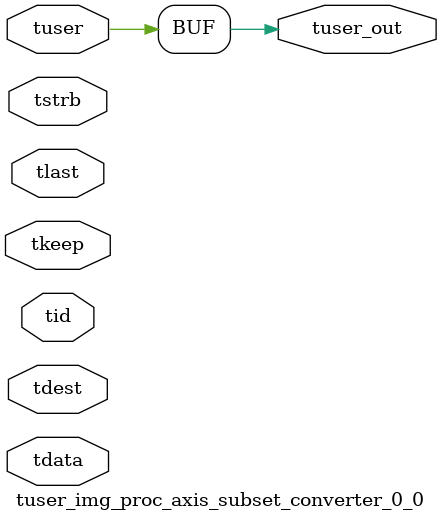
<source format=v>


`timescale 1ps/1ps

module tuser_img_proc_axis_subset_converter_0_0 #
(
parameter C_S_AXIS_TUSER_WIDTH = 1,
parameter C_S_AXIS_TDATA_WIDTH = 32,
parameter C_S_AXIS_TID_WIDTH   = 0,
parameter C_S_AXIS_TDEST_WIDTH = 0,
parameter C_M_AXIS_TUSER_WIDTH = 1
)
(
input  [(C_S_AXIS_TUSER_WIDTH == 0 ? 1 : C_S_AXIS_TUSER_WIDTH)-1:0     ] tuser,
input  [(C_S_AXIS_TDATA_WIDTH == 0 ? 1 : C_S_AXIS_TDATA_WIDTH)-1:0     ] tdata,
input  [(C_S_AXIS_TID_WIDTH   == 0 ? 1 : C_S_AXIS_TID_WIDTH)-1:0       ] tid,
input  [(C_S_AXIS_TDEST_WIDTH == 0 ? 1 : C_S_AXIS_TDEST_WIDTH)-1:0     ] tdest,
input  [(C_S_AXIS_TDATA_WIDTH/8)-1:0 ] tkeep,
input  [(C_S_AXIS_TDATA_WIDTH/8)-1:0 ] tstrb,
input                                                                    tlast,
output [C_M_AXIS_TUSER_WIDTH-1:0] tuser_out
);

assign tuser_out = {tuser[0:0]};

endmodule


</source>
